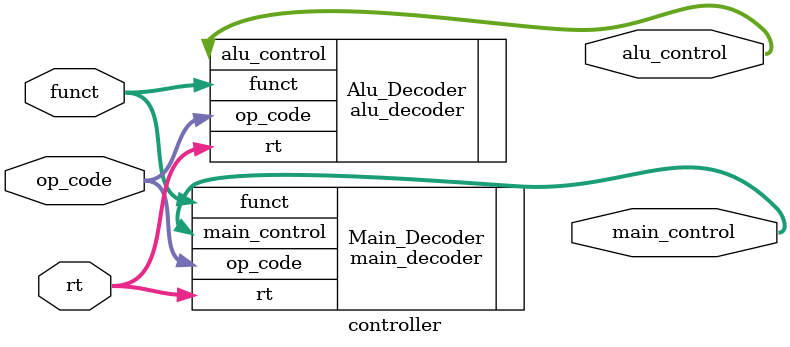
<source format=v>
`timescale 1ns / 1ps



module controller(
	input [5:0] op_code,
	input [4:0] rt,
	input [5:0] funct,
	output [0:10] main_control,
	output [4:0] alu_control
    );

	main_decoder Main_Decoder(
		.op_code(op_code),
        .rt(rt),
		.funct(funct),

		.main_control(main_control)
	);

	alu_decoder Alu_Decoder(
		.op_code(op_code),
        .rt(rt),
		.funct(funct),

		.alu_control(alu_control)
	);
endmodule

</source>
